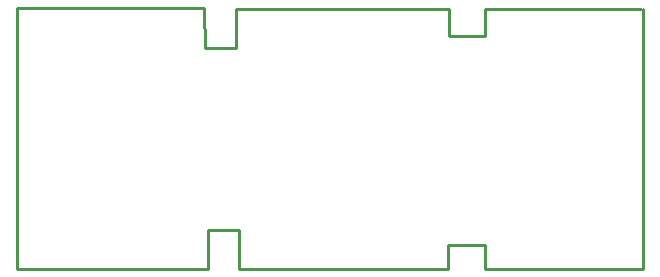
<source format=gko>
G04 Layer: BoardOutlineLayer*
G04 EasyEDA v6.5.42, 2024-05-27 16:03:50*
G04 5a823164b2b14e8aa45e0a56d25f44cb,4b06660695a64fe3bf0f4e1e846abbee,10*
G04 Gerber Generator version 0.2*
G04 Scale: 100 percent, Rotated: No, Reflected: No *
G04 Dimensions in millimeters *
G04 leading zeros omitted , absolute positions ,4 integer and 5 decimal *
%FSLAX45Y45*%
%MOMM*%

%ADD10C,0.2540*%
D10*
X7648000.0Y4592199.0D02*
G01*
X7648000.0Y2395100.0D01*
X6314500.0Y2395100.0D01*
X6314500.0Y2598300.0D01*
X5997000.0Y2598300.0D01*
X5997000.0Y2395100.0D01*
X4231700.0Y2395100.0D01*
X4231700.0Y2725300.0D01*
X3965000.0Y2725300.0D01*
X3965000.0Y2395100.0D01*
X2352100.0Y2395100.0D01*
X2352100.0Y4604899.0D01*
X3936806.0Y4601089.0D01*
X3939600.0Y4261999.0D01*
X4206300.0Y4261999.0D01*
X4206300.0Y4595755.0D01*
X6009700.0Y4595755.0D01*
X6009700.0Y4363599.0D01*
X6314500.0Y4363599.0D01*
X6314500.0Y4592199.0D01*
X7635300.0Y4592199.0D01*

%LPD*%
M02*

</source>
